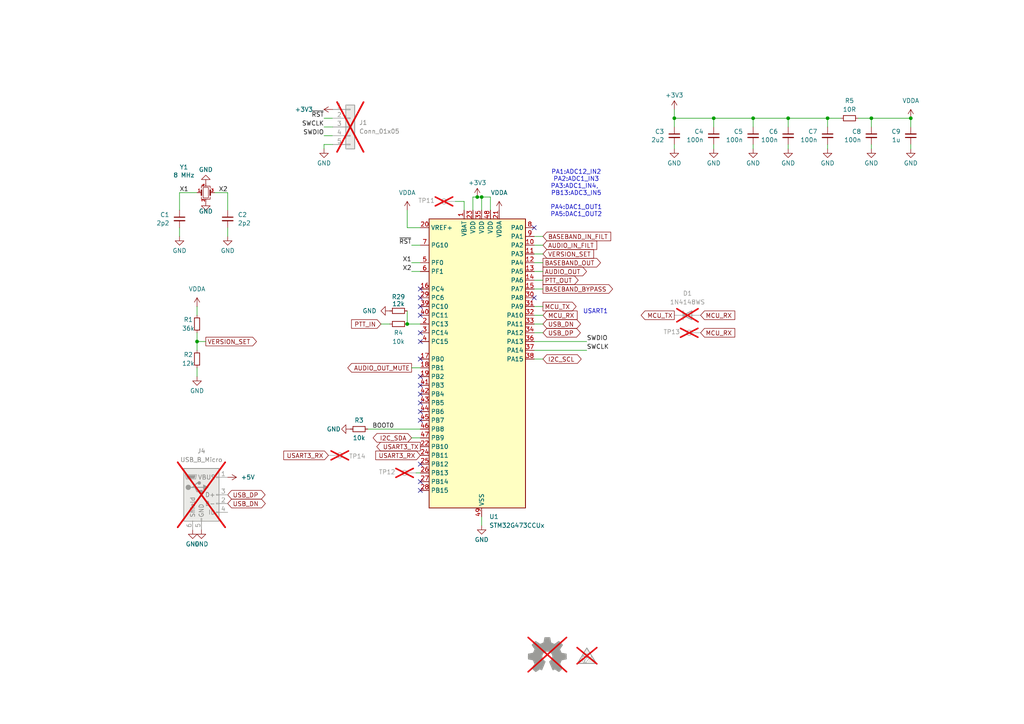
<source format=kicad_sch>
(kicad_sch (version 20250114) (generator "eeschema") (generator_version "9.0")
  (paper "A4")
  (title_block (title "Micro17 - OpenRTX on a Module for ICOM radios") (date "13.06.2025") (rev "A") (company "Wojciech SP5WWP, Mano ON6RF, Mutlu TA1MD et al.") (comment 1 "M17 Project, OpenRTX"))
  (lib_symbols
    (symbol "Connector:TestPoint" (pin_numbers (hide yes)) (pin_names (offset 0.762) (hide yes))
      (property "Reference" "TP" (at 0 6.858 0))
      (property "Value" "TestPoint" (at 0 5.08 0))
      (symbol "TestPoint_0_1"
        (circle (center 0 3.302) (radius 0.762))
      )
      (symbol "TestPoint_1_1"
        (pin passive line (at 0 0 90) (length 2.54) (name "1") (number "1"))
      )
    )
    (symbol "Connector:USB_B_Micro" (pin_names (offset 1.016))
      (property "Reference" "J" (at -5.08 11.43 0))
      (property "Value" "USB_B_Micro" (at -5.08 8.89 0))
      (symbol "USB_B_Micro_0_1"
        (rectangle (start -5.08 -7.62) (end 5.08 7.62) (stroke (width 0.254)) (fill (type background)))
        (polyline (pts (xy -4.699 5.842) (xy -4.699 5.588) (xy -4.445 4.826) (xy -4.445 4.572) (xy -1.651 4.572) (xy -1.651 4.826) (xy -1.397 5.588) (xy -1.397 5.842) (xy -4.699 5.842)))
        (polyline (pts (xy -4.318 5.588) (xy -1.778 5.588) (xy -2.032 4.826) (xy -4.064 4.826) (xy -4.318 5.588)) (fill (type outline)))
        (circle (center -3.81 2.159) (radius 0.635) (stroke (width 0.254)) (fill (type outline)))
        (polyline (pts (xy -3.175 2.159) (xy -2.54 2.159) (xy -1.27 3.429) (xy -0.635 3.429)) (stroke (width 0.254)))
        (polyline (pts (xy -2.54 2.159) (xy -1.905 2.159) (xy -1.27 0.889) (xy 0 0.889)) (stroke (width 0.254)))
        (polyline (pts (xy -1.905 2.159) (xy 0.635 2.159)) (stroke (width 0.254)))
        (circle (center -0.635 3.429) (radius 0.381) (stroke (width 0.254)) (fill (type outline)))
        (rectangle (start -0.127 -7.62) (end 0.127 -6.858))
        (rectangle (start 0.254 1.27) (end -0.508 0.508) (stroke (width 0.254)) (fill (type outline)))
        (polyline (pts (xy 0.635 2.794) (xy 0.635 1.524) (xy 1.905 2.159) (xy 0.635 2.794)) (stroke (width 0.254)) (fill (type outline)))
        (rectangle (start 5.08 4.953) (end 4.318 5.207))
        (rectangle (start 5.08 -0.127) (end 4.318 0.127))
        (rectangle (start 5.08 -2.667) (end 4.318 -2.413))
        (rectangle (start 5.08 -5.207) (end 4.318 -4.953))
      )
      (symbol "USB_B_Micro_1_1"
        (pin passive line (at -2.54 -10.16 90) (length 2.54) (name "Shield") (number "6"))
        (pin power_out line (at 0 -10.16 90) (length 2.54) (name "GND") (number "5"))
        (pin power_out line (at 7.62 5.08 180) (length 2.54) (name "VBUS") (number "1"))
        (pin bidirectional line (at 7.62 0 180) (length 2.54) (name "D+") (number "3"))
        (pin bidirectional line (at 7.62 -2.54 180) (length 2.54) (name "D-") (number "2"))
        (pin passive line (at 7.62 -5.08 180) (length 2.54) (name "ID") (number "4"))
      )
    )
    (symbol "Connector_Generic:Conn_01x05" (pin_names (offset 1.016) (hide yes))
      (property "Reference" "J" (at 0 7.62 0))
      (property "Value" "Conn_01x05" (at 0 -7.62 0))
      (symbol "Conn_01x05_1_1"
        (rectangle (start -1.27 6.35) (end 1.27 -6.35) (stroke (width 0.254)) (fill (type background)))
        (rectangle (start -1.27 5.207) (end 0 4.953) (stroke (width 0.1524)))
        (rectangle (start -1.27 2.667) (end 0 2.413) (stroke (width 0.1524)))
        (rectangle (start -1.27 0.127) (end 0 -0.127) (stroke (width 0.1524)))
        (rectangle (start -1.27 -2.413) (end 0 -2.667) (stroke (width 0.1524)))
        (rectangle (start -1.27 -4.953) (end 0 -5.207) (stroke (width 0.1524)))
        (pin passive line (at -5.08 5.08 0) (length 3.81) (name "Pin_1") (number "1"))
        (pin passive line (at -5.08 2.54 0) (length 3.81) (name "Pin_2") (number "2"))
        (pin passive line (at -5.08 0 0) (length 3.81) (name "Pin_3") (number "3"))
        (pin passive line (at -5.08 -2.54 0) (length 3.81) (name "Pin_4") (number "4"))
        (pin passive line (at -5.08 -5.08 0) (length 3.81) (name "Pin_5") (number "5"))
      )
    )
    (symbol "Device:C_Small" (pin_numbers (hide yes)) (pin_names (offset 0.254) (hide yes))
      (property "Reference" "C" (at 0.254 1.778 0))
      (property "Value" "C_Small" (at 0.254 -2.032 0))
      (symbol "C_Small_0_1"
        (polyline (pts (xy -1.524 0.508) (xy 1.524 0.508)) (stroke (width 0.3048)))
        (polyline (pts (xy -1.524 -0.508) (xy 1.524 -0.508)) (stroke (width 0.3302)))
      )
      (symbol "C_Small_1_1"
        (pin passive line (at 0 2.54 270) (length 2.032) (name "~") (number "1"))
        (pin passive line (at 0 -2.54 90) (length 2.032) (name "~") (number "2"))
      )
    )
    (symbol "Device:Crystal_GND24_Small" (pin_names (offset 1.016) (hide yes))
      (property "Reference" "Y" (at 1.27 4.445 0))
      (property "Value" "Crystal_GND24_Small" (at 1.27 2.54 0))
      (symbol "Crystal_GND24_Small_0_1"
        (polyline (pts (xy -1.27 1.27) (xy -1.27 1.905) (xy 1.27 1.905) (xy 1.27 1.27)))
        (polyline (pts (xy -1.27 -0.762) (xy -1.27 0.762)) (stroke (width 0.381)))
        (polyline (pts (xy -1.27 -1.27) (xy -1.27 -1.905) (xy 1.27 -1.905) (xy 1.27 -1.27)))
        (rectangle (start -0.762 -1.524) (end 0.762 1.524))
        (polyline (pts (xy 1.27 -0.762) (xy 1.27 0.762)) (stroke (width 0.381)))
      )
      (symbol "Crystal_GND24_Small_1_1"
        (pin passive line (at -2.54 0 0) (length 1.27) (name "1") (number "1"))
        (pin passive line (at 0 2.54 270) (length 0.635) (name "4") (number "4"))
        (pin passive line (at 0 -2.54 90) (length 0.635) (name "2") (number "2"))
        (pin passive line (at 2.54 0 180) (length 1.27) (name "3") (number "3"))
      )
    )
    (symbol "Device:R_Small" (pin_numbers (hide yes)) (pin_names (offset 0.254) (hide yes))
      (property "Reference" "R" (at 0.762 0.508 0))
      (property "Value" "R_Small" (at 0.762 -1.016 0))
      (symbol "R_Small_0_1"
        (rectangle (start -0.762 1.778) (end 0.762 -1.778) (stroke (width 0.2032)))
      )
      (symbol "R_Small_1_1"
        (pin passive line (at 0 2.54 270) (length 0.762) (name "~") (number "1"))
        (pin passive line (at 0 -2.54 90) (length 0.762) (name "~") (number "2"))
      )
    )
    (symbol "Diode:1N4148WS" (pin_numbers (hide yes)) (pin_names (hide yes))
      (property "Reference" "D" (at 0 2.54 0))
      (property "Value" "1N4148WS" (at 0 -2.54 0))
      (symbol "1N4148WS_0_1"
        (polyline (pts (xy -1.27 1.27) (xy -1.27 -1.27)) (stroke (width 0.254)))
        (polyline (pts (xy 1.27 1.27) (xy 1.27 -1.27) (xy -1.27 0) (xy 1.27 1.27)) (stroke (width 0.254)))
        (polyline (pts (xy 1.27 0) (xy -1.27 0)))
      )
      (symbol "1N4148WS_1_1"
        (pin passive line (at -3.81 0 0) (length 2.54) (name "K") (number "1"))
        (pin passive line (at 3.81 0 180) (length 2.54) (name "A") (number "2"))
      )
    )
    (symbol "Graphic:Logo_Open_Hardware_Small" (in_bom no) (on_board no)
      (symbol "Logo_Open_Hardware_Small_0_1"
        (polyline (pts (xy 3.3528 -4.3434) (xy 3.302 -4.318) (xy 3.175 -4.2418) (xy 2.9972 -4.1148) (xy 2.7686 -3.9624) (xy 2.54 -3.81) (xy 2.3622 -3.7084) (xy 2.2352 -3.6068) (xy 2.1844 -3.5814) (xy 2.159 -3.6068) (xy 2.0574 -3.6576) (xy 1.905 -3.7338) (xy 1.8034 -3.7846) (xy 1.6764 -3.8354) (xy 1.6002 -3.8354) (xy 1.6002 -3.8354) (xy 1.5494 -3.7338) (xy 1.4732 -3.5306) (xy 1.3462 -3.302) (xy 1.2446 -3.0226) (xy 1.1176 -2.7178) (xy 0.9652 -2.413) (xy 0.8636 -2.1082) (xy 0.7366 -1.8288) (xy 0.6604 -1.6256) (xy 0.6096 -1.4732) (xy 0.5842 -1.397) (xy 0.5842 -1.397) (xy 0.6604 -1.3208) (xy 0.7874 -1.2446) (xy 1.0414 -1.016) (xy 1.2954 -0.6858) (xy 1.4478 -0.3302) (xy 1.524 0.0762) (xy 1.4732 0.4572) (xy 1.3208 0.8128) (xy 1.0668 1.143) (xy 0.762 1.3716) (xy 0.4064 1.524) (xy 0 1.5748) (xy -0.381 1.5494) (xy -0.7366 1.397) (xy -1.0668 1.143) (xy -1.2192 0.9906) (xy -1.397 0.6604) (xy -1.524 0.3048) (xy -1.524 0.2286) (xy -1.4986 -0.1778) (xy -1.397 -0.5334) (xy -1.1938 -0.8636) (xy -0.9144 -1.143) (xy -0.8636 -1.1684) (xy -0.7366 -1.27) (xy -0.635 -1.3462) (xy -0.5842 -1.397) (xy -1.0668 -2.5908) (xy -1.143 -2.794) (xy -1.2954 -3.1242) (xy -1.397 -3.4036) (xy -1.4986 -3.6322) (xy -1.5748 -3.7846) (xy -1.6002 -3.8354) (xy -1.6002 -3.8354) (xy -1.651 -3.8354) (xy -1.7272 -3.81) (xy -1.905 -3.7338) (xy -2.0066 -3.683) (xy -2.1336 -3.6068) (xy -2.2098 -3.5814) (xy -2.2606 -3.6068) (xy -2.3622 -3.683) (xy -2.54 -3.81) (xy -2.7686 -3.9624) (xy -2.9718 -4.0894) (xy -3.1496 -4.2164) (xy -3.302 -4.318) (xy -3.3528 -4.3434) (xy -3.3782 -4.3434) (xy -3.429 -4.318) (xy -3.5306 -4.2164) (xy -3.7084 -4.064) (xy -3.937 -3.8354) (xy -3.9624 -3.81) (xy -4.1656 -3.6068) (xy -4.318 -3.4544) (xy -4.4196 -3.3274) (xy -4.445 -3.2766) (xy -4.445 -3.2766) (xy -4.4196 -3.2258) (xy -4.318 -3.0734) (xy -4.2164 -2.8956) (xy -4.064 -2.667) (xy -3.6576 -2.0828) (xy -3.8862 -1.5494) (xy -3.937 -1.3716) (xy -4.0386 -1.1684) (xy -4.0894 -1.0414) (xy -4.1148 -0.9652) (xy -4.191 -0.9398) (xy -4.318 -0.9144) (xy -4.5466 -0.8636) (xy -4.8006 -0.8128) (xy -5.0546 -0.7874) (xy -5.2578 -0.7366) (xy -5.4356 -0.7112) (xy -5.5118 -0.6858) (xy -5.5118 -0.6858) (xy -5.5372 -0.635) (xy -5.5372 -0.5588) (xy -5.5372 -0.4318) (xy -5.5626 -0.2286) (xy -5.5626 0.0762) (xy -5.5626 0.127) (xy -5.5372 0.4064) (xy -5.5372 0.635) (xy -5.5372 0.762) (xy -5.5372 0.8382) (xy -5.5372 0.8382) (xy -5.461 0.8382) (xy -5.3086 0.889) (xy -5.08 0.9144) (xy -4.826 0.9652) (xy -4.8006 0.9906) (xy -4.5466 1.0414) (xy -4.318 1.0668) (xy -4.1656 1.1176) (xy -4.0894 1.143) (xy -4.0894 1.143) (xy -4.0386 1.2446) (xy -3.9624 1.4224) (xy -3.8608 1.6256) (xy -3.7846 1.8288) (xy -3.7084 2.0066) (xy -3.6576 2.159) (xy -3.6322 2.2098) (xy -3.6322 2.2098) (xy -3.683 2.286) (xy -3.7592 2.413) (xy -3.8862 2.5908) (xy -4.064 2.8194) (xy -4.064 2.8448) (xy -4.2164 3.0734) (xy -4.3434 3.2512) (xy -4.4196 3.3782) (xy -4.445 3.4544) (xy -4.445 3.4544) (xy -4.3942 3.5052) (xy -4.2926 3.6322) (xy -4.1148 3.81) (xy -3.937 4.0132) (xy -3.8608 4.064) (xy -3.6576 4.2926) (xy -3.5052 4.4196) (xy -3.4036 4.4958) (xy -3.3528 4.5212) (xy -3.3528 4.5212) (xy -3.302 4.4704) (xy -3.1496 4.3688) (xy -2.9718 4.2418) (xy -2.7432 4.0894) (xy -2.7178 4.0894) (xy -2.4892 3.937) (xy -2.3114 3.81) (xy -2.1844 3.7084) (xy -2.1336 3.683) (xy -2.1082 3.683) (xy -2.032 3.7084) (xy -1.8542 3.7592) (xy -1.6764 3.8354) (xy -1.4732 3.937) (xy -1.27 4.0132) (xy -1.143 4.064) (xy -1.0668 4.1148) (xy -1.0668 4.1148) (xy -1.0414 4.191) (xy -1.016 4.3434) (xy -0.9652 4.572) (xy -0.9144 4.8514) (xy -0.889 4.9022) (xy -0.8382 5.1562) (xy -0.8128 5.3848) (xy -0.7874 5.5372) (xy -0.762 5.588) (xy -0.7112 5.6134) (xy -0.5842 5.6134) (xy -0.4064 5.6134) (xy -0.1524 5.6134) (xy 0.0762 5.6134) (xy 0.3302 5.6134) (xy 0.5334 5.6134) (xy 0.6858 5.588) (xy 0.7366 5.588) (xy 0.7366 5.588) (xy 0.762 5.5118) (xy 0.8128 5.334) (xy 0.8382 5.1054) (xy 0.9144 4.826) (xy 0.9144 4.7752) (xy 0.9652 4.5212) (xy 1.016 4.2926) (xy 1.0414 4.1402) (xy 1.0668 4.0894) (xy 1.0668 4.0894) (xy 1.1938 4.0386) (xy 1.3716 3.9624) (xy 1.5748 3.8608) (xy 2.0828 3.6576) (xy 2.7178 4.0894) (xy 2.7686 4.1402) (xy 2.9972 4.2926) (xy 3.175 4.4196) (xy 3.302 4.4958) (xy 3.3782 4.5212) (xy 3.3782 4.5212) (xy 3.429 4.4704) (xy 3.556 4.3434) (xy 3.7338 4.191) (xy 3.9116 3.9878) (xy 4.064 3.8354) (xy 4.2418 3.6576) (xy 4.3434 3.556) (xy 4.4196 3.4798) (xy 4.4196 3.429) (xy 4.4196 3.4036) (xy 4.3942 3.3274) (xy 4.2926 3.2004) (xy 4.1656 2.9972) (xy 4.0132 2.794) (xy 3.8862 2.5908) (xy 3.7592 2.3876) (xy 3.6576 2.2352) (xy 3.6322 2.159) (xy 3.6322 2.1336) (xy 3.683 2.0066) (xy 3.7592 1.8288) (xy 3.8608 1.6002) (xy 4.064 1.1176) (xy 4.3942 1.0414) (xy 4.5974 1.016) (xy 4.8768 0.9652) (xy 5.1308 0.9144) (xy 5.5372 0.8382) (xy 5.5626 -0.6604) (xy 5.4864 -0.6858) (xy 5.4356 -0.6858) (xy 5.2832 -0.7366) (xy 5.0546 -0.762) (xy 4.8006 -0.8128) (xy 4.5974 -0.8636) (xy 4.3688 -0.9144) (xy 4.2164 -0.9398) (xy 4.1402 -0.9398) (xy 4.1148 -0.9652) (xy 4.064 -1.0668) (xy 3.9878 -1.2446) (xy 3.9116 -1.4478) (xy 3.81 -1.651) (xy 3.7338 -1.8542) (xy 3.683 -2.0066) (xy 3.6576 -2.0828) (xy 3.683 -2.1336) (xy 3.7846 -2.2606) (xy 3.8862 -2.4638) (xy 4.0386 -2.667) (xy 4.191 -2.8956) (xy 4.318 -3.0734) (xy 4.3942 -3.2004) (xy 4.445 -3.2766) (xy 4.4196 -3.3274) (xy 4.3434 -3.429) (xy 4.1656 -3.5814) (xy 3.937 -3.8354) (xy 3.8862 -3.8608) (xy 3.683 -4.064) (xy 3.5306 -4.2164) (xy 3.4036 -4.318) (xy 3.3528 -4.3434)) (fill (type outline)))
      )
    )
    (symbol "Graphic:SYM_ESD_Small" (in_bom no) (on_board no)
      (symbol "SYM_ESD_Small_0_0"
        (polyline (pts (xy -2.667 -1.905) (xy 2.794 -1.905) (xy 0 2.54) (xy -2.667 -1.905)) (stroke (width 0.254)))
        (polyline (pts (xy -1.27 0.381) (xy 2.159 -1.016)) (stroke (width 0.254)))
        (polyline (pts (xy 2.7432 -1.905) (xy 2.7178 -1.8796) (xy 2.6162 -1.6764) (xy 2.5654 -1.6002) (xy 2.4892 -1.4986) (xy 2.4384 -1.3716) (xy 1.7526 -0.2286) (xy 1.7018 -0.127) (xy 1.6256 -0.0508) (xy 1.6002 0.0508) (xy 1.5494 0.1016) (xy 1.4986 0.2032) (xy 1.4732 0.2286) (xy 1.4732 0.2032) (xy 1.4478 0.2032) (xy 1.3208 0.0762) (xy 1.2954 0.0254) (xy 1.2954 -0.0254) (xy 1.27 -0.0762) (xy 1.2446 -0.1524) (xy 1.143 -0.254) (xy 1.0922 -0.3302) (xy 1.0414 -0.3556) (xy 0.9144 -0.4826) (xy 0.762 -0.5842) (xy 0.6604 -0.6604) (xy 0.508 -0.762) (xy 0.4572 -0.8128) (xy 0.3556 -0.8636) (xy 0.3048 -0.9144) (xy 0.2286 -0.9652) (xy 0.0762 -1.1938) (xy 0.0254 -1.2954) (xy -0.0254 -1.4224) (xy -0.0508 -1.4986) (xy -0.1016 -1.5748) (xy -0.127 -1.651) (xy -0.1778 -1.6764) (xy -0.2032 -1.7272) (xy -0.254 -1.7526) (xy -0.4064 -1.7526) (xy -0.4064 -1.7272) (xy -0.4572 -1.7018) (xy -0.4826 -1.6256) (xy -0.508 -1.524) (xy -0.508 -1.0922) (xy -0.4572 -0.889) (xy -0.4064 -0.8128) (xy -0.254 -0.6604) (xy -0.2032 -0.5842) (xy -0.127 -0.5334) (xy -0.1016 -0.4826) (xy -0.0762 -0.4064) (xy -0.0508 -0.3556) (xy -0.0254 -0.3302) (xy -0.0254 -0.2794) (xy 0 -0.2286) (xy -0.0762 -0.1524) (xy -0.127 -0.127) (xy -0.1524 -0.0762) (xy -0.2032 -0.0508) (xy -0.2286 -0.0254) (xy -0.254 -0.0254) (xy -0.3048 -0.0762) (xy -0.3556 -0.1016) (xy -0.4318 -0.127) (xy -0.4826 -0.1524) (xy -0.5588 -0.2286) (xy -0.6096 -0.254) (xy -0.8382 -0.4826) (xy -0.8128 -0.5588) (xy -0.7874 -0.5842) (xy -0.7874 -0.8636) (xy -0.8128 -0.889) (xy -0.8128 -0.9652) (xy -0.762 -1.016) (xy -0.762 -1.0414) (xy -0.6604 -1.2954) (xy -0.6604 -1.5748) (xy -0.6858 -1.6002) (xy -0.6858 -1.6256) (xy -0.7366 -1.7018) (xy -0.8382 -1.7526) (xy -0.9144 -1.7526) (xy -0.9398 -1.7272) (xy -0.9652 -1.6764) (xy -1.016 -1.6002) (xy -1.0414 -1.524) (xy -1.143 -1.27) (xy -1.2192 -1.0414) (xy -1.27 -0.9652) (xy -1.2954 -0.889) (xy -1.3208 -0.8382) (xy -1.3208 -0.8128) (xy -1.3716 -0.7112) (xy -1.397 -0.5842) (xy -1.397 -0.4826) (xy -1.3716 -0.381) (xy -1.3208 -0.254) (xy -1.2954 -0.2032) (xy -1.1938 -0.0508) (xy -1.0414 0.1524) (xy -0.9906 0.2032) (xy -0.9652 0.254) (xy -0.9144 0.3302) (xy -0.889 0.381) (xy -0.8636 0.381) (xy -0.8128 0.508) (xy -0.6096 0.7112) (xy -0.5334 0.7366) (xy -0.508 0.762) (xy -0.4318 0.762) (xy -0.3556 0.7874) (xy -0.2286 0.8128) (xy -0.1016 0.8128) (xy 0.0508 0.8382) (xy 0.2032 0.8382) (xy 0.3048 0.8636) (xy 0.4826 0.8636) (xy 0.5334 0.889) (xy 0.5842 0.889) (xy 0.6858 0.9398) (xy 0.7112 0.9652) (xy 0.762 0.9906) (xy 0.8128 1.0414) (xy 0.8636 1.0668) (xy 0.889 1.1176) (xy 0.9144 1.143) (xy 0.9144 1.1938) (xy 0.889 1.2192) (xy 0.8636 1.27) (xy 0.8128 1.3462) (xy 0.7112 1.5494) (xy 0.635 1.651) (xy 0.5842 1.7526) (xy 0.508 1.8796) (xy 0.4572 1.9558) (xy 0.381 2.0828) (xy 0.3048 2.1844) (xy 0.254 2.286) (xy 0.2032 2.3622) (xy 0.1778 2.4384) (xy 0.1016 2.5146) (xy 0.1016 2.54) (xy 0.0762 2.5654) (xy 0.0762 2.5908) (xy 0.0254 2.5908) (xy 0.0254 2.5654) (xy -0.0254 2.5146) (xy -0.1016 2.3622) (xy -0.254 2.1336) (xy -0.3048 2.032) (xy -0.4572 1.778) (xy -0.5588 1.6256) (xy -0.762 1.27) (xy -0.889 1.0668) (xy -1.016 0.8382) (xy -1.1684 0.6096) (xy -1.3208 0.3302) (xy -1.397 0.2032) (xy -1.524 -0.0254) (xy -1.778 -0.4318) (xy -1.8796 -0.635) (xy -2.0066 -0.8128) (xy -2.1082 -0.9906) (xy -2.2098 -1.143) (xy -2.286 -1.2954) (xy -2.4384 -1.5494) (xy -2.4892 -1.651) (xy -2.5654 -1.7526) (xy -2.5908 -1.8288) (xy -2.6162 -1.8796) (xy -2.6416 -1.905) (xy -2.6416 -1.9304) (xy 2.7432 -1.9304) (xy 2.7432 -1.905)) (stroke (width 0.127)) (fill (type background)))
      )
    )
    (symbol "MCU_ST_STM32G4:STM32G473CCUx"
      (property "Reference" "U" (at -12.7 44.45 0))
      (property "Value" "STM32G473CCUx" (at 10.16 44.45 0))
      (symbol "STM32G473CCUx_0_1"
        (rectangle (start -12.7 -40.64) (end 15.24 43.18) (stroke (width 0.254)) (fill (type background)))
      )
      (symbol "STM32G473CCUx_1_1"
        (pin input line (at -15.24 40.64 0) (length 2.54) (name "VREF+") (number "20"))
        (pin bidirectional line (at -15.24 35.56 0) (length 2.54) (name "PG10") (number "7"))
        (pin bidirectional line (at -15.24 30.48 0) (length 2.54) (name "PF0") (number "5"))
        (pin bidirectional line (at -15.24 27.94 0) (length 2.54) (name "PF1") (number "6"))
        (pin bidirectional line (at -15.24 22.86 0) (length 2.54) (name "PC4") (number "16"))
        (pin bidirectional line (at -15.24 20.32 0) (length 2.54) (name "PC6") (number "29"))
        (pin bidirectional line (at -15.24 17.78 0) (length 2.54) (name "PC10") (number "39"))
        (pin bidirectional line (at -15.24 15.24 0) (length 2.54) (name "PC11") (number "40"))
        (pin bidirectional line (at -15.24 12.7 0) (length 2.54) (name "PC13") (number "2"))
        (pin bidirectional line (at -15.24 10.16 0) (length 2.54) (name "PC14") (number "3"))
        (pin bidirectional line (at -15.24 7.62 0) (length 2.54) (name "PC15") (number "4"))
        (pin bidirectional line (at -15.24 2.54 0) (length 2.54) (name "PB0") (number "17"))
        (pin bidirectional line (at -15.24 0 0) (length 2.54) (name "PB1") (number "18"))
        (pin bidirectional line (at -15.24 -2.54 0) (length 2.54) (name "PB2") (number "19"))
        (pin bidirectional line (at -15.24 -5.08 0) (length 2.54) (name "PB3") (number "41"))
        (pin bidirectional line (at -15.24 -7.62 0) (length 2.54) (name "PB4") (number "42"))
        (pin bidirectional line (at -15.24 -10.16 0) (length 2.54) (name "PB5") (number "43"))
        (pin bidirectional line (at -15.24 -12.7 0) (length 2.54) (name "PB6") (number "44"))
        (pin bidirectional line (at -15.24 -15.24 0) (length 2.54) (name "PB7") (number "45"))
        (pin bidirectional line (at -15.24 -17.78 0) (length 2.54) (name "PB8") (number "46"))
        (pin bidirectional line (at -15.24 -20.32 0) (length 2.54) (name "PB9") (number "47"))
        (pin bidirectional line (at -15.24 -22.86 0) (length 2.54) (name "PB10") (number "22"))
        (pin bidirectional line (at -15.24 -25.4 0) (length 2.54) (name "PB11") (number "24"))
        (pin bidirectional line (at -15.24 -27.94 0) (length 2.54) (name "PB12") (number "25"))
        (pin bidirectional line (at -15.24 -30.48 0) (length 2.54) (name "PB13") (number "26"))
        (pin bidirectional line (at -15.24 -33.02 0) (length 2.54) (name "PB14") (number "27"))
        (pin bidirectional line (at -15.24 -35.56 0) (length 2.54) (name "PB15") (number "28"))
        (pin power_in line (at -2.54 45.72 270) (length 2.54) (name "VBAT") (number "1"))
        (pin power_in line (at 0 45.72 270) (length 2.54) (name "VDD") (number "23"))
        (pin power_in line (at 2.54 45.72 270) (length 2.54) (name "VDD") (number "35"))
        (pin power_in line (at 2.54 -43.18 90) (length 2.54) (name "VSS") (number "49"))
        (pin power_in line (at 5.08 45.72 270) (length 2.54) (name "VDD") (number "48"))
        (pin power_in line (at 7.62 45.72 270) (length 2.54) (name "VDDA") (number "21"))
        (pin bidirectional line (at 17.78 40.64 180) (length 2.54) (name "PA0") (number "8"))
        (pin bidirectional line (at 17.78 38.1 180) (length 2.54) (name "PA1") (number "9"))
        (pin bidirectional line (at 17.78 35.56 180) (length 2.54) (name "PA2") (number "10"))
        (pin bidirectional line (at 17.78 33.02 180) (length 2.54) (name "PA3") (number "11"))
        (pin bidirectional line (at 17.78 30.48 180) (length 2.54) (name "PA4") (number "12"))
        (pin bidirectional line (at 17.78 27.94 180) (length 2.54) (name "PA5") (number "13"))
        (pin bidirectional line (at 17.78 25.4 180) (length 2.54) (name "PA6") (number "14"))
        (pin bidirectional line (at 17.78 22.86 180) (length 2.54) (name "PA7") (number "15"))
        (pin bidirectional line (at 17.78 20.32 180) (length 2.54) (name "PA8") (number "30"))
        (pin bidirectional line (at 17.78 17.78 180) (length 2.54) (name "PA9") (number "31"))
        (pin bidirectional line (at 17.78 15.24 180) (length 2.54) (name "PA10") (number "32"))
        (pin bidirectional line (at 17.78 12.7 180) (length 2.54) (name "PA11") (number "33"))
        (pin bidirectional line (at 17.78 10.16 180) (length 2.54) (name "PA12") (number "34"))
        (pin bidirectional line (at 17.78 7.62 180) (length 2.54) (name "PA13") (number "36"))
        (pin bidirectional line (at 17.78 5.08 180) (length 2.54) (name "PA14") (number "37"))
        (pin bidirectional line (at 17.78 2.54 180) (length 2.54) (name "PA15") (number "38"))
      )
    )
    (symbol "power:+3V3" (power) (pin_names (offset 0))
      (property "Value" "+3V3" (at 0 3.556 0))
      (symbol "+3V3_0_1"
        (polyline (pts (xy -0.762 1.27) (xy 0 2.54)))
        (polyline (pts (xy 0 2.54) (xy 0.762 1.27)))
        (polyline (pts (xy 0 0) (xy 0 2.54)))
      )
      (symbol "+3V3_1_1"
        (pin power_in line (at 0 0 90) (length 0) (hide yes) (name "+3V3") (number "1"))
      )
    )
    (symbol "power:+5V" (power) (pin_numbers (hide yes)) (pin_names (offset 0) (hide yes))
      (property "Value" "+5V" (at 0 3.556 0))
      (symbol "+5V_0_1"
        (polyline (pts (xy -0.762 1.27) (xy 0 2.54)))
        (polyline (pts (xy 0 2.54) (xy 0.762 1.27)))
        (polyline (pts (xy 0 0) (xy 0 2.54)))
      )
      (symbol "+5V_1_1"
        (pin power_in line (at 0 0 90) (length 0) (name "~") (number "1"))
      )
    )
    (symbol "power:GND" (power) (pin_names (offset 0))
      (property "Value" "GND" (at 0 -3.81 0))
      (symbol "GND_0_1"
        (polyline (pts (xy 0 0) (xy 0 -1.27) (xy 1.27 -1.27) (xy 0 -2.54) (xy -1.27 -1.27) (xy 0 -1.27)))
      )
      (symbol "GND_1_1"
        (pin power_in line (at 0 0 270) (length 0) (hide yes) (name "GND") (number "1"))
      )
    )
    (symbol "power:VDDA" (power) (pin_numbers (hide yes)) (pin_names (offset 0) (hide yes))
      (property "Value" "VDDA" (at 0 3.556 0))
      (symbol "VDDA_0_1"
        (polyline (pts (xy -0.762 1.27) (xy 0 2.54)))
        (polyline (pts (xy 0 2.54) (xy 0.762 1.27)))
        (polyline (pts (xy 0 0) (xy 0 2.54)))
      )
      (symbol "VDDA_1_1"
        (pin power_in line (at 0 0 90) (length 0) (name "~") (number "1"))
      )
    )
  )
  (text "USART1" (at 172.72 90.424 0) (effects (font (size 1.27 1.27))))
  (text "PA1:ADC12_IN2\nPA2:ADC1_IN3\nPA3:ADC1_IN4, \nPB13:ADC3_IN5\n\nPA4:DAC1_OUT1\nPA5:DAC1_OUT2" (at 167.132 56.134 0) (effects (font (size 1.27 1.27))))
  (junction (at 207.01 34.29))
  (junction (at 252.73 34.29))
  (junction (at 228.6 34.29))
  (junction (at 118.11 93.98))
  (junction (at 139.7 57.15))
  (junction (at 195.58 34.29))
  (junction (at 218.44 34.29))
  (junction (at 240.03 34.29))
  (junction (at 138.43 57.15))
  (junction (at 264.16 34.29))
  (junction (at 57.15 99.06))
  (no_connect (at 121.92 111.76))
  (no_connect (at 154.94 86.36))
  (no_connect (at 154.94 66.04))
  (no_connect (at 121.92 119.38))
  (no_connect (at 121.92 139.7))
  (no_connect (at 121.92 104.14))
  (no_connect (at 121.92 142.24))
  (no_connect (at 121.92 121.92))
  (no_connect (at 121.92 88.9))
  (no_connect (at 121.92 114.3))
  (no_connect (at 121.92 116.84))
  (no_connect (at 121.92 83.82))
  (no_connect (at 121.92 96.52))
  (no_connect (at 121.92 134.62))
  (no_connect (at 121.92 91.44))
  (no_connect (at 121.92 86.36))
  (no_connect (at 121.92 99.06))
  (no_connect (at 121.92 109.22))
  (wire (pts (xy 142.24 60.96) (xy 142.24 57.15)))
  (wire (pts (xy 118.11 66.04) (xy 121.92 66.04)))
  (wire (pts (xy 96.52 41.91) (xy 93.98 41.91)))
  (wire (pts (xy 57.15 88.9) (xy 57.15 91.44)))
  (wire (pts (xy 252.73 41.91) (xy 252.73 43.18)))
  (wire (pts (xy 157.48 68.58) (xy 154.94 68.58)))
  (wire (pts (xy 52.07 68.58) (xy 52.07 66.04)))
  (wire (pts (xy 57.15 99.06) (xy 57.15 101.6)))
  (wire (pts (xy 119.38 78.74) (xy 121.92 78.74)))
  (wire (pts (xy 157.48 83.82) (xy 154.94 83.82)))
  (wire (pts (xy 118.11 90.17) (xy 118.11 93.98)))
  (wire (pts (xy 157.48 73.66) (xy 154.94 73.66)))
  (wire (pts (xy 207.01 34.29) (xy 195.58 34.29)))
  (wire (pts (xy 139.7 57.15) (xy 138.43 57.15)))
  (wire (pts (xy 218.44 34.29) (xy 218.44 36.83)))
  (wire (pts (xy 157.48 104.14) (xy 154.94 104.14)))
  (wire (pts (xy 57.15 99.06) (xy 59.69 99.06)))
  (wire (pts (xy 218.44 41.91) (xy 218.44 43.18)))
  (wire (pts (xy 264.16 36.83) (xy 264.16 34.29)))
  (wire (pts (xy 66.04 55.88) (xy 66.04 60.96)))
  (wire (pts (xy 118.11 93.98) (xy 121.92 93.98)))
  (wire (pts (xy 228.6 34.29) (xy 218.44 34.29)))
  (wire (pts (xy 139.7 57.15) (xy 142.24 57.15)))
  (wire (pts (xy 57.15 96.52) (xy 57.15 99.06)))
  (wire (pts (xy 240.03 41.91) (xy 240.03 43.18)))
  (wire (pts (xy 157.48 71.12) (xy 154.94 71.12)))
  (wire (pts (xy 137.16 60.96) (xy 137.16 57.15)))
  (wire (pts (xy 139.7 60.96) (xy 139.7 57.15)))
  (wire (pts (xy 207.01 34.29) (xy 207.01 36.83)))
  (wire (pts (xy 66.04 68.58) (xy 66.04 66.04)))
  (wire (pts (xy 195.58 34.29) (xy 195.58 36.83)))
  (wire (pts (xy 119.38 127) (xy 121.92 127)))
  (wire (pts (xy 96.52 39.37) (xy 93.98 39.37)))
  (wire (pts (xy 96.52 34.29) (xy 93.98 34.29)))
  (wire (pts (xy 154.94 99.06) (xy 170.18 99.06)))
  (wire (pts (xy 57.15 109.22) (xy 57.15 106.68)))
  (wire (pts (xy 248.92 34.29) (xy 252.73 34.29)))
  (wire (pts (xy 157.48 88.9) (xy 154.94 88.9)))
  (wire (pts (xy 157.48 81.28) (xy 154.94 81.28)))
  (wire (pts (xy 52.07 60.96) (xy 52.07 55.88)))
  (wire (pts (xy 264.16 41.91) (xy 264.16 43.18)))
  (wire (pts (xy 243.84 34.29) (xy 240.03 34.29)))
  (wire (pts (xy 119.38 106.68) (xy 121.92 106.68)))
  (wire (pts (xy 139.7 149.86) (xy 139.7 152.4)))
  (wire (pts (xy 228.6 34.29) (xy 228.6 36.83)))
  (wire (pts (xy 134.62 58.42) (xy 134.62 60.96)))
  (wire (pts (xy 240.03 36.83) (xy 240.03 34.29)))
  (wire (pts (xy 93.98 41.91) (xy 93.98 43.18)))
  (wire (pts (xy 195.58 34.29) (xy 195.58 31.75)))
  (wire (pts (xy 228.6 41.91) (xy 228.6 43.18)))
  (wire (pts (xy 137.16 57.15) (xy 138.43 57.15)))
  (wire (pts (xy 157.48 76.2) (xy 154.94 76.2)))
  (wire (pts (xy 252.73 34.29) (xy 252.73 36.83)))
  (wire (pts (xy 120.65 137.16) (xy 121.92 137.16)))
  (wire (pts (xy 52.07 55.88) (xy 57.15 55.88)))
  (wire (pts (xy 240.03 34.29) (xy 228.6 34.29)))
  (wire (pts (xy 118.11 60.96) (xy 118.11 66.04)))
  (wire (pts (xy 119.38 71.12) (xy 121.92 71.12)))
  (wire (pts (xy 195.58 41.91) (xy 195.58 43.18)))
  (wire (pts (xy 96.52 36.83) (xy 93.98 36.83)))
  (wire (pts (xy 154.94 101.6) (xy 170.18 101.6)))
  (wire (pts (xy 110.49 93.98) (xy 113.03 93.98)))
  (wire (pts (xy 157.48 96.52) (xy 154.94 96.52)))
  (wire (pts (xy 157.48 78.74) (xy 154.94 78.74)))
  (wire (pts (xy 218.44 34.29) (xy 207.01 34.29)))
  (wire (pts (xy 264.16 34.29) (xy 252.73 34.29)))
  (wire (pts (xy 207.01 41.91) (xy 207.01 43.18)))
  (wire (pts (xy 157.48 91.44) (xy 154.94 91.44)))
  (wire (pts (xy 106.68 124.46) (xy 121.92 124.46)))
  (wire (pts (xy 62.23 55.88) (xy 66.04 55.88)))
  (wire (pts (xy 157.48 93.98) (xy 154.94 93.98)))
  (wire (pts (xy 119.38 76.2) (xy 121.92 76.2)))
  (wire (pts (xy 132.08 58.42) (xy 134.62 58.42)))
  (label "~{RST}" (at 119.38 71.12 180))
  (label "SWCLK" (at 170.18 101.6 0))
  (label "X1" (at 52.07 55.88 0))
  (label "SWDIO" (at 93.98 39.37 180))
  (label "SWCLK" (at 93.98 36.83 180))
  (label "X2" (at 66.04 55.88 180))
  (label "BOOT0" (at 114.3 124.46 180))
  (label "SWDIO" (at 170.18 99.06 0))
  (label "X2" (at 119.38 78.74 180))
  (label "X1" (at 119.38 76.2 180))
  (label "~{RST}" (at 93.98 34.29 180))
  (global_label "AUDIO_IN_FILT" (shape input) (at 157.48 71.12 0) (property "Intersheetrefs" "${INTERSHEET_REFS}" (effects (hide yes))))
  (global_label "BASEBAND_OUT" (shape output) (at 157.48 76.2 0) (property "Intersheetrefs" "${INTERSHEET_REFS}" (effects (hide yes))))
  (global_label "PTT_OUT" (shape output) (at 157.48 81.28 0) (property "Intersheetrefs" "${INTERSHEET_REFS}" (effects (hide yes))))
  (global_label "AUDIO_OUT" (shape output) (at 157.48 78.74 0) (property "Intersheetrefs" "${INTERSHEET_REFS}" (effects (hide yes))))
  (global_label "USB_DN" (shape bidirectional) (at 157.48 93.98 0) (property "Intersheetrefs" "${INTERSHEET_REFS}" (effects (hide yes))))
  (global_label "USB_DP" (shape bidirectional) (at 157.48 96.52 0) (property "Intersheetrefs" "${INTERSHEET_REFS}" (effects (hide yes))))
  (global_label "MCU_TX" (shape output) (at 157.48 88.9 0) (property "Intersheetrefs" "${INTERSHEET_REFS}" (effects (hide yes))))
  (global_label "MCU_RX" (shape input) (at 203.2 96.52 0) (property "Intersheetrefs" "${INTERSHEET_REFS}" (effects (hide yes))))
  (global_label "USART3_RX" (shape input) (at 121.92 132.08 180) (property "Intersheetrefs" "${INTERSHEET_REFS}" (effects (hide yes))))
  (global_label "USART3_RX" (shape input) (at 95.25 132.08 180) (property "Intersheetrefs" "${INTERSHEET_REFS}" (effects (hide yes))))
  (global_label "USB_DN" (shape bidirectional) (at 66.04 146.05 0) (property "Intersheetrefs" "${INTERSHEET_REFS}" (effects (hide yes))))
  (global_label "MCU_TX" (shape output) (at 195.58 91.44 180) (property "Intersheetrefs" "${INTERSHEET_REFS}" (effects (hide yes))))
  (global_label "USART3_TX" (shape output) (at 121.92 129.54 180) (property "Intersheetrefs" "${INTERSHEET_REFS}" (effects (hide yes))))
  (global_label "BASEBAND_BYPASS" (shape output) (at 157.48 83.82 0) (property "Intersheetrefs" "${INTERSHEET_REFS}" (effects (hide yes))))
  (global_label "AUDIO_OUT_MUTE" (shape output) (at 119.38 106.68 180) (property "Intersheetrefs" "${INTERSHEET_REFS}" (effects (hide yes))))
  (global_label "I2C_SDA" (shape bidirectional) (at 119.38 127 180) (property "Intersheetrefs" "${INTERSHEET_REFS}" (effects (hide yes))))
  (global_label "MCU_RX" (shape input) (at 157.48 91.44 0) (property "Intersheetrefs" "${INTERSHEET_REFS}" (effects (hide yes))))
  (global_label "USB_DP" (shape bidirectional) (at 66.04 143.51 0) (property "Intersheetrefs" "${INTERSHEET_REFS}" (effects (hide yes))))
  (global_label "VERSION_SET" (shape input) (at 157.48 73.66 0) (property "Intersheetrefs" "${INTERSHEET_REFS}" (effects (hide yes))))
  (global_label "BASEBAND_IN_FILT" (shape input) (at 157.48 68.58 0) (property "Intersheetrefs" "${INTERSHEET_REFS}" (effects (hide yes))))
  (global_label "I2C_SCL" (shape bidirectional) (at 157.48 104.14 0) (property "Intersheetrefs" "${INTERSHEET_REFS}" (effects (hide yes))))
  (global_label "MCU_RX" (shape input) (at 203.2 91.44 0) (property "Intersheetrefs" "${INTERSHEET_REFS}" (effects (hide yes))))
  (global_label "VERSION_SET" (shape output) (at 59.69 99.06 0) (property "Intersheetrefs" "${INTERSHEET_REFS}" (effects (hide yes))))
  (global_label "PTT_IN" (shape input) (at 110.49 93.98 180) (property "Intersheetrefs" "${INTERSHEET_REFS}" (effects (hide yes))))
  (symbol (lib_id "power:GND") (at 57.15 109.22 0) (unit 1)
    (property "Reference" "#PWR06" (effects (hide yes)))
    (property "Value" "GND" (at 57.15 113.3531 0))
  )
  (symbol (lib_id "power:GND") (at 59.69 53.34 180) (unit 1)
    (property "Reference" "#PWR02" (effects (hide yes)))
    (property "Value" "GND" (at 59.69 49.2069 0))
  )
  (symbol (lib_id "Device:R_Small") (at 104.14 124.46 90) (unit 1)
    (property "Reference" "R3" (at 104.14 121.92 90))
    (property "Value" "10k" (at 104.14 127 90))
    (property "Footprint" "Resistor_SMD:R_0402_1005Metric" (effects (hide yes)))
    (property "MPN" "C102749" (effects (hide yes)))
    (property "LCSC" "C102749" (effects (hide yes)))
  )
  (symbol (lib_id "Device:C_Small") (at 195.58 39.37 0) (mirror y) (unit 1)
    (property "Reference" "C3" (at 192.659 38.1579 0) (effects (justify left)))
    (property "Value" "2u2" (at 192.659 40.5821 0) (effects (justify left)))
    (property "Footprint" "Capacitor_SMD:C_0402_1005Metric" (effects (hide yes)))
    (property "MPN" "C170151" (effects (hide yes)))
    (property "LCSC" "C170151" (effects (hide yes)))
  )
  (symbol (lib_id "Device:C_Small") (at 52.07 63.5 0) (mirror y) (unit 1)
    (property "Reference" "C1" (at 49.149 62.2879 0) (effects (justify left)))
    (property "Value" "2p2" (at 49.149 64.7121 0) (effects (justify left)))
    (property "Footprint" "Capacitor_SMD:C_0402_1005Metric" (effects (hide yes)))
    (property "MPN" "C1559" (effects (hide yes)))
    (property "LCSC" "C1559" (effects (hide yes)))
  )
  (symbol (lib_id "Connector:TestPoint") (at 120.65 137.16 90) (unit 1) (in_bom no) (dnp yes)
    (property "Reference" "TP12" (at 112.268 136.906 90))
    (property "Value" "GP" (effects (hide yes)))
    (property "Footprint" "TestPoint:TestPoint_Pad_D1.0mm" (effects (hide yes)))
  )
  (symbol (lib_id "Connector:TestPoint") (at 95.25 132.08 270) (unit 1) (in_bom no) (dnp yes)
    (property "Reference" "TP14" (at 103.632 132.334 90))
    (property "Value" "GP" (effects (hide yes)))
    (property "Footprint" "TestPoint:TestPoint_Pad_D1.0mm" (effects (hide yes)))
  )
  (symbol (lib_id "Graphic:SYM_ESD_Small") (at 170.18 190.5 0) (unit 1) (exclude_from_sim yes) (in_bom no) (dnp yes)
    (property "Reference" "SYM1" (effects (hide yes)))
    (property "Value" "SYM_ESD_Small" (effects (hide yes)))
    (property "Footprint" "Symbol:ESD-Logo_6.6x6mm_SilkScreen" (effects (hide yes)))
    (property "Description" "ESD warning/\"Do not touch\" symbol, small" (effects (hide yes)))
  )
  (symbol (lib_id "Diode:1N4148WS") (at 199.39 91.44 0) (unit 1) (exclude_from_sim yes) (in_bom no) (dnp yes)
    (property "Reference" "D1" (at 199.39 85.09 0))
    (property "Value" "1N4148WS" (at 199.39 87.63 0))
    (property "Footprint" "Diode_SMD:D_SOD-323" (effects (hide yes)))
    (property "Datasheet" "https://www.vishay.com/docs/85751/1n4148ws.pdf" (effects (hide yes)))
    (property "Description" "75V 0.15A Fast switching Diode, SOD-323" (effects (hide yes)))
    (property "Sim.Device" "D" (effects (hide yes)))
    (property "Sim.Pins" "1=K 2=A" (effects (hide yes)))
  )
  (symbol (lib_id "Device:R_Small") (at 57.15 104.14 180) (unit 1)
    (property "Reference" "R2" (at 54.61 102.87 0))
    (property "Value" "12k" (at 54.61 105.41 0))
    (property "Footprint" "Resistor_SMD:R_0402_1005Metric" (effects (hide yes)))
    (property "MPN" "C25752" (effects (hide yes)))
    (property "LCSC" "C25752" (effects (hide yes)))
  )
  (symbol (lib_id "power:+3V3") (at 195.58 31.75 0) (mirror y) (unit 1)
    (property "Reference" "#PWR011" (effects (hide yes)))
    (property "Value" "+3V3" (at 195.58 27.6169 0))
  )
  (symbol (lib_id "MCU_ST_STM32G4:STM32G473CCUx") (at 137.16 106.68 0) (unit 1)
    (property "Reference" "U1" (at 141.8941 149.86 0) (effects (justify left)))
    (property "Value" "STM32G473CCUx" (at 141.8941 152.4 0) (effects (justify left)))
    (property "Footprint" "Package_DFN_QFN:QFN-48-1EP_7x7mm_P0.5mm_EP5.6x5.6mm" (effects (hide yes)))
    (property "Datasheet" "https://www.st.com/resource/en/datasheet/stm32g473cc.pdf" (effects (hide yes)))
    (property "LCSC" "C1342773" (effects (hide yes)))
    (property "MPN" "C1342773" (effects (hide yes)))
  )
  (symbol (lib_id "Connector:TestPoint") (at 132.08 58.42 90) (unit 1) (in_bom no) (dnp yes)
    (property "Reference" "TP11" (at 123.698 58.166 90))
    (property "Value" "GP" (effects (hide yes)))
    (property "Footprint" "TestPoint:TestPoint_Pad_D1.0mm" (effects (hide yes)))
  )
  (symbol (lib_id "Device:R_Small") (at 115.57 90.17 90) (unit 1)
    (property "Reference" "R29" (at 115.57 86.106 90))
    (property "Value" "12k" (at 115.57 88.138 90))
    (property "Footprint" "Resistor_SMD:R_0402_1005Metric" (effects (hide yes)))
    (property "MPN" "C25752" (effects (hide yes)))
    (property "LCSC" "C25752" (effects (hide yes)))
  )
  (symbol (lib_id "Connector:TestPoint") (at 203.2 96.52 90) (unit 1) (in_bom no) (dnp yes)
    (property "Reference" "TP13" (at 194.818 96.266 90))
    (property "Value" "GP" (effects (hide yes)))
    (property "Footprint" "TestPoint:TestPoint_Pad_D1.0mm" (effects (hide yes)))
  )
  (symbol (lib_id "power:+5V") (at 66.04 138.43 270) (unit 1)
    (property "Reference" "#PWR080" (effects (hide yes)))
    (property "Value" "+5V" (at 69.85 138.4299 90) (effects (justify left)))
    (property "Description" "Power symbol creates a global label with name \"+5V\"" (effects (hide yes)))
  )
  (symbol (lib_id "Device:Crystal_GND24_Small") (at 59.69 55.88 0) (unit 1)
    (property "Reference" "Y1" (at 53.34 48.4886 0))
    (property "Value" "8 MHz" (at 53.34 50.8 0))
    (property "Footprint" "Crystal:Crystal_SMD_3225-4Pin_3.2x2.5mm" (effects (hide yes)))
    (property "MPN" "C5308002" (effects (hide yes)))
    (property "LCSC" "C5308002" (effects (hide yes)))
  )
  (symbol (lib_id "power:+3V3") (at 138.43 57.15 0) (unit 1)
    (property "Reference" "#PWR09" (effects (hide yes)))
    (property "Value" "+3V3" (at 138.43 53.0169 0))
  )
  (symbol (lib_id "power:GND") (at 58.42 153.67 0) (unit 1)
    (property "Reference" "#PWR078" (effects (hide yes)))
    (property "Value" "GND" (at 58.42 157.8031 0))
  )
  (symbol (lib_id "Device:C_Small") (at 240.03 39.37 0) (mirror y) (unit 1)
    (property "Reference" "C7" (at 237.109 38.1579 0) (effects (justify left)))
    (property "Value" "100n" (at 237.109 40.5821 0) (effects (justify left)))
    (property "Footprint" "Capacitor_SMD:C_0402_1005Metric" (effects (hide yes)))
    (property "MPN" "C56392" (effects (hide yes)))
    (property "LCSC" "C56392" (effects (hide yes)))
  )
  (symbol (lib_id "Connector:USB_B_Micro") (at 58.42 143.51 0) (unit 1) (exclude_from_sim yes) (in_bom no) (dnp yes)
    (property "Reference" "J4" (at 58.42 130.81 0))
    (property "Value" "USB_B_Micro" (at 58.42 133.35 0))
    (property "Footprint" "Connector_USB:USB_Micro-B_Molex_47346-0001" (effects (hide yes)))
    (property "Description" "USB Micro Type B connector" (effects (hide yes)))
  )
  (symbol (lib_id "power:GND") (at 59.69 58.42 0) (unit 1)
    (property "Reference" "#PWR03" (effects (hide yes)))
    (property "Value" "GND" (at 59.69 61.2831 0))
  )
  (symbol (lib_id "power:GND") (at 207.01 43.18 0) (mirror y) (unit 1)
    (property "Reference" "#PWR013" (effects (hide yes)))
    (property "Value" "GND" (at 207.01 47.3131 0))
  )
  (symbol (lib_id "Connector_Generic:Conn_01x05") (at 101.6 36.83 0) (unit 1) (in_bom no) (dnp yes)
    (property "Reference" "J1" (at 104.14 35.5599 0) (effects (justify left)))
    (property "Value" "Conn_01x05" (at 104.14 38.0999 0) (effects (justify left)))
    (property "Footprint" "Connector_Harwin:Harwin_M20-89005xx_1x05_P2.54mm_Horizontal" (effects (hide yes)))
    (property "Description" "Generic connector, single row, 01x05, script generated (kicad-library-utils/schlib/autogen/connector/)" (effects (hide yes)))
  )
  (symbol (lib_id "power:GND") (at 252.73 43.18 0) (mirror y) (unit 1)
    (property "Reference" "#PWR017" (effects (hide yes)))
    (property "Value" "GND" (at 252.73 47.3131 0))
  )
  (symbol (lib_id "Graphic:Logo_Open_Hardware_Small") (at 158.75 190.5 0) (unit 1) (exclude_from_sim yes) (in_bom no) (dnp yes)
    (property "Reference" "SYM2" (effects (hide yes)))
    (property "Value" "Logo_Open_Hardware_Small" (effects (hide yes)))
    (property "Footprint" "Symbol:OSHW-Logo_5.7x6mm_SilkScreen" (effects (hide yes)))
    (property "Description" "Open Hardware logo, small" (effects (hide yes)))
  )
  (symbol (lib_id "power:GND") (at 264.16 43.18 0) (mirror y) (unit 1)
    (property "Reference" "#PWR018" (effects (hide yes)))
    (property "Value" "GND" (at 264.16 47.3131 0))
  )
  (symbol (lib_id "Device:R_Small") (at 115.57 93.98 90) (unit 1)
    (property "Reference" "R4" (at 115.57 96.52 90))
    (property "Value" "10k" (at 115.57 99.06 90))
    (property "Footprint" "Resistor_SMD:R_0402_1005Metric" (effects (hide yes)))
    (property "MPN" "C102749" (effects (hide yes)))
    (property "LCSC" "C102749" (effects (hide yes)))
  )
  (symbol (lib_id "power:VDDA") (at 264.16 34.29 0) (unit 1)
    (property "Reference" "#PWR045" (effects (hide yes)))
    (property "Value" "VDDA" (at 264.16 29.21 0))
    (property "Description" "Power symbol creates a global label with name \"VDDA\"" (effects (hide yes)))
  )
  (symbol (lib_id "Device:C_Small") (at 228.6 39.37 0) (mirror y) (unit 1)
    (property "Reference" "C6" (at 225.679 38.1579 0) (effects (justify left)))
    (property "Value" "100n" (at 225.679 40.5821 0) (effects (justify left)))
    (property "Footprint" "Capacitor_SMD:C_0402_1005Metric" (effects (hide yes)))
    (property "MPN" "C56392" (effects (hide yes)))
    (property "LCSC" "C56392" (effects (hide yes)))
  )
  (symbol (lib_id "power:GND") (at 101.6 124.46 270) (unit 1)
    (property "Reference" "#PWR08" (effects (hide yes)))
    (property "Value" "GND" (at 94.742 124.46 90) (effects (justify left)))
  )
  (symbol (lib_id "power:GND") (at 228.6 43.18 0) (mirror y) (unit 1)
    (property "Reference" "#PWR015" (effects (hide yes)))
    (property "Value" "GND" (at 228.6 47.3131 0))
  )
  (symbol (lib_id "power:GND") (at 55.88 153.67 0) (unit 1)
    (property "Reference" "#PWR079" (effects (hide yes)))
    (property "Value" "GND" (at 55.88 157.8031 0))
  )
  (symbol (lib_id "power:VDDA") (at 118.11 60.96 0) (unit 1)
    (property "Reference" "#PWR083" (effects (hide yes)))
    (property "Value" "VDDA" (at 118.11 55.88 0))
    (property "Description" "Power symbol creates a global label with name \"VDDA\"" (effects (hide yes)))
  )
  (symbol (lib_id "power:VDDA") (at 144.78 60.96 0) (unit 1)
    (property "Reference" "#PWR081" (effects (hide yes)))
    (property "Value" "VDDA" (at 144.78 55.88 0))
    (property "Description" "Power symbol creates a global label with name \"VDDA\"" (effects (hide yes)))
  )
  (symbol (lib_id "power:GND") (at 113.03 90.17 270) (unit 1)
    (property "Reference" "#PWR077" (effects (hide yes)))
    (property "Value" "GND" (at 109.22 90.1699 90) (effects (justify right)))
  )
  (symbol (lib_id "power:GND") (at 240.03 43.18 0) (mirror y) (unit 1)
    (property "Reference" "#PWR016" (effects (hide yes)))
    (property "Value" "GND" (at 240.03 47.3131 0))
  )
  (symbol (lib_id "Device:C_Small") (at 207.01 39.37 0) (mirror y) (unit 1)
    (property "Reference" "C4" (at 204.089 38.1579 0) (effects (justify left)))
    (property "Value" "100n" (at 204.089 40.5821 0) (effects (justify left)))
    (property "Footprint" "Capacitor_SMD:C_0402_1005Metric" (effects (hide yes)))
    (property "MPN" "C56392" (effects (hide yes)))
    (property "LCSC" "C56392" (effects (hide yes)))
  )
  (symbol (lib_id "Device:C_Small") (at 252.73 39.37 0) (mirror y) (unit 1)
    (property "Reference" "C8" (at 249.809 38.1579 0) (effects (justify left)))
    (property "Value" "100n" (at 249.809 40.5821 0) (effects (justify left)))
    (property "Footprint" "Capacitor_SMD:C_0402_1005Metric" (effects (hide yes)))
    (property "MPN" "C56392" (effects (hide yes)))
    (property "LCSC" "C56392" (effects (hide yes)))
  )
  (symbol (lib_id "power:GND") (at 52.07 68.58 0) (unit 1)
    (property "Reference" "#PWR01" (effects (hide yes)))
    (property "Value" "GND" (at 52.07 72.7131 0))
  )
  (symbol (lib_id "Device:C_Small") (at 264.16 39.37 0) (mirror x) (unit 1)
    (property "Reference" "C9" (at 261.239 38.1579 0) (effects (justify right)))
    (property "Value" "1u" (at 261.239 40.5821 0) (effects (justify right)))
    (property "Footprint" "Capacitor_SMD:C_0402_1005Metric" (effects (hide yes)))
    (property "MPN" "C29266" (effects (hide yes)))
    (property "LCSC" "C29266" (effects (hide yes)))
  )
  (symbol (lib_id "Device:R_Small") (at 246.38 34.29 270) (mirror x) (unit 1)
    (property "Reference" "R5" (at 246.38 29.21 90))
    (property "Value" "10R" (at 246.38 31.75 90))
    (property "Footprint" "Resistor_SMD:R_0402_1005Metric" (effects (hide yes)))
    (property "MPN" "C854481" (effects (hide yes)))
    (property "LCSC" "C854481" (effects (hide yes)))
  )
  (symbol (lib_id "power:GND") (at 195.58 43.18 0) (mirror y) (unit 1)
    (property "Reference" "#PWR012" (effects (hide yes)))
    (property "Value" "GND" (at 195.58 47.3131 0))
  )
  (symbol (lib_id "Device:R_Small") (at 57.15 93.98 180) (unit 1)
    (property "Reference" "R1" (at 54.61 92.71 0))
    (property "Value" "36k" (at 54.61 95.25 0))
    (property "Footprint" "Resistor_SMD:R_0402_1005Metric" (effects (hide yes)))
    (property "MPN" "C4354982" (effects (hide yes)))
    (property "LCSC" "C4354982" (effects (hide yes)))
  )
  (symbol (lib_id "power:GND") (at 139.7 152.4 0) (unit 1)
    (property "Reference" "#PWR010" (effects (hide yes)))
    (property "Value" "GND" (at 139.7 156.5331 0))
  )
  (symbol (lib_id "power:VDDA") (at 57.15 88.9 0) (unit 1)
    (property "Reference" "#PWR05" (effects (hide yes)))
    (property "Value" "VDDA" (at 57.15 83.82 0))
    (property "Description" "Power symbol creates a global label with name \"VDDA\"" (effects (hide yes)))
  )
  (symbol (lib_id "Device:C_Small") (at 66.04 63.5 0) (unit 1)
    (property "Reference" "C2" (at 68.961 62.2879 0) (effects (justify left)))
    (property "Value" "2p2" (at 68.961 64.7121 0) (effects (justify left)))
    (property "Footprint" "Capacitor_SMD:C_0402_1005Metric" (effects (hide yes)))
    (property "MPN" "C1559" (effects (hide yes)))
    (property "LCSC" "C1559" (effects (hide yes)))
  )
  (symbol (lib_id "power:GND") (at 218.44 43.18 0) (mirror y) (unit 1)
    (property "Reference" "#PWR014" (effects (hide yes)))
    (property "Value" "GND" (at 218.44 47.3131 0))
  )
  (symbol (lib_id "power:GND") (at 66.04 68.58 0) (unit 1)
    (property "Reference" "#PWR04" (effects (hide yes)))
    (property "Value" "GND" (at 66.04 72.7131 0))
  )
  (symbol (lib_id "Device:C_Small") (at 218.44 39.37 0) (mirror y) (unit 1)
    (property "Reference" "C5" (at 215.519 38.1579 0) (effects (justify left)))
    (property "Value" "100n" (at 215.519 40.5821 0) (effects (justify left)))
    (property "Footprint" "Capacitor_SMD:C_0402_1005Metric" (effects (hide yes)))
    (property "MPN" "C56392" (effects (hide yes)))
    (property "LCSC" "C56392" (effects (hide yes)))
  )
  (symbol (lib_id "power:+3V3") (at 96.52 31.75 90) (unit 1)
    (property "Reference" "#PWR025" (effects (hide yes)))
    (property "Value" "+3V3" (at 88.138 31.75 90))
  )
  (symbol (lib_id "power:GND") (at 93.98 43.18 0) (unit 1)
    (property "Reference" "#PWR07" (effects (hide yes)))
    (property "Value" "GND" (at 93.98 47.3131 0))
  )
)
</source>
